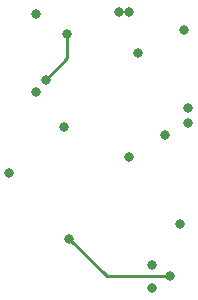
<source format=gbr>
%TF.GenerationSoftware,KiCad,Pcbnew,(5.1.7-0-10_14)*%
%TF.CreationDate,2020-11-25T20:53:36+11:00*%
%TF.ProjectId,CREMAv2,4352454d-4176-4322-9e6b-696361645f70,rev?*%
%TF.SameCoordinates,Original*%
%TF.FileFunction,Copper,L4,Bot*%
%TF.FilePolarity,Positive*%
%FSLAX46Y46*%
G04 Gerber Fmt 4.6, Leading zero omitted, Abs format (unit mm)*
G04 Created by KiCad (PCBNEW (5.1.7-0-10_14)) date 2020-11-25 20:53:36*
%MOMM*%
%LPD*%
G01*
G04 APERTURE LIST*
%TA.AperFunction,ViaPad*%
%ADD10C,0.800000*%
%TD*%
%TA.AperFunction,Conductor*%
%ADD11C,0.254000*%
%TD*%
G04 APERTURE END LIST*
D10*
%TO.N,GND*%
X132920000Y-75995000D03*
X133247500Y-83922500D03*
X130207000Y-97885000D03*
X122750000Y-84260000D03*
X120396000Y-81280000D03*
X120396000Y-74676000D03*
X128200000Y-86798000D03*
X128200000Y-74492000D03*
X127400000Y-74530000D03*
%TO.N,+3V3*%
X129000000Y-78010000D03*
X133255000Y-82645000D03*
X130175000Y-95885000D03*
X118110000Y-88138000D03*
X132588000Y-92456000D03*
X131259000Y-84895000D03*
%TO.N,Net-(IC1-Pad32)*%
X122995000Y-76395000D03*
X121177000Y-80245000D03*
%TO.N,SPI_MOSI*%
X123190000Y-93726000D03*
X131715000Y-96885000D03*
%TD*%
D11*
%TO.N,Net-(IC1-Pad32)*%
X122995000Y-78427000D02*
X121177000Y-80245000D01*
X122995000Y-76395000D02*
X122995000Y-78427000D01*
%TO.N,SPI_MOSI*%
X126349000Y-96885000D02*
X123190000Y-93726000D01*
X131715000Y-96885000D02*
X126349000Y-96885000D01*
%TD*%
M02*

</source>
